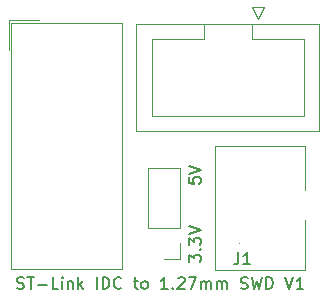
<source format=gbr>
G04 #@! TF.GenerationSoftware,KiCad,Pcbnew,(5.1.6)-1*
G04 #@! TF.CreationDate,2021-11-18T20:37:35-06:00*
G04 #@! TF.ProjectId,SWDAdapter,53574441-6461-4707-9465-722e6b696361,rev?*
G04 #@! TF.SameCoordinates,Original*
G04 #@! TF.FileFunction,Legend,Top*
G04 #@! TF.FilePolarity,Positive*
%FSLAX46Y46*%
G04 Gerber Fmt 4.6, Leading zero omitted, Abs format (unit mm)*
G04 Created by KiCad (PCBNEW (5.1.6)-1) date 2021-11-18 20:37:35*
%MOMM*%
%LPD*%
G01*
G04 APERTURE LIST*
%ADD10C,0.150000*%
%ADD11C,0.120000*%
G04 APERTURE END LIST*
D10*
X123059752Y-81227561D02*
X123202609Y-81275180D01*
X123440704Y-81275180D01*
X123535942Y-81227561D01*
X123583561Y-81179942D01*
X123631180Y-81084704D01*
X123631180Y-80989466D01*
X123583561Y-80894228D01*
X123535942Y-80846609D01*
X123440704Y-80798990D01*
X123250228Y-80751371D01*
X123154990Y-80703752D01*
X123107371Y-80656133D01*
X123059752Y-80560895D01*
X123059752Y-80465657D01*
X123107371Y-80370419D01*
X123154990Y-80322800D01*
X123250228Y-80275180D01*
X123488323Y-80275180D01*
X123631180Y-80322800D01*
X123916895Y-80275180D02*
X124488323Y-80275180D01*
X124202609Y-81275180D02*
X124202609Y-80275180D01*
X124821657Y-80894228D02*
X125583561Y-80894228D01*
X126535942Y-81275180D02*
X126059752Y-81275180D01*
X126059752Y-80275180D01*
X126869276Y-81275180D02*
X126869276Y-80608514D01*
X126869276Y-80275180D02*
X126821657Y-80322800D01*
X126869276Y-80370419D01*
X126916895Y-80322800D01*
X126869276Y-80275180D01*
X126869276Y-80370419D01*
X127345466Y-80608514D02*
X127345466Y-81275180D01*
X127345466Y-80703752D02*
X127393085Y-80656133D01*
X127488323Y-80608514D01*
X127631180Y-80608514D01*
X127726419Y-80656133D01*
X127774038Y-80751371D01*
X127774038Y-81275180D01*
X128250228Y-81275180D02*
X128250228Y-80275180D01*
X128345466Y-80894228D02*
X128631180Y-81275180D01*
X128631180Y-80608514D02*
X128250228Y-80989466D01*
X129821657Y-81275180D02*
X129821657Y-80275180D01*
X130297847Y-81275180D02*
X130297847Y-80275180D01*
X130535942Y-80275180D01*
X130678800Y-80322800D01*
X130774038Y-80418038D01*
X130821657Y-80513276D01*
X130869276Y-80703752D01*
X130869276Y-80846609D01*
X130821657Y-81037085D01*
X130774038Y-81132323D01*
X130678800Y-81227561D01*
X130535942Y-81275180D01*
X130297847Y-81275180D01*
X131869276Y-81179942D02*
X131821657Y-81227561D01*
X131678800Y-81275180D01*
X131583561Y-81275180D01*
X131440704Y-81227561D01*
X131345466Y-81132323D01*
X131297847Y-81037085D01*
X131250228Y-80846609D01*
X131250228Y-80703752D01*
X131297847Y-80513276D01*
X131345466Y-80418038D01*
X131440704Y-80322800D01*
X131583561Y-80275180D01*
X131678800Y-80275180D01*
X131821657Y-80322800D01*
X131869276Y-80370419D01*
X132916895Y-80608514D02*
X133297847Y-80608514D01*
X133059752Y-80275180D02*
X133059752Y-81132323D01*
X133107371Y-81227561D01*
X133202609Y-81275180D01*
X133297847Y-81275180D01*
X133774038Y-81275180D02*
X133678800Y-81227561D01*
X133631180Y-81179942D01*
X133583561Y-81084704D01*
X133583561Y-80798990D01*
X133631180Y-80703752D01*
X133678800Y-80656133D01*
X133774038Y-80608514D01*
X133916895Y-80608514D01*
X134012133Y-80656133D01*
X134059752Y-80703752D01*
X134107371Y-80798990D01*
X134107371Y-81084704D01*
X134059752Y-81179942D01*
X134012133Y-81227561D01*
X133916895Y-81275180D01*
X133774038Y-81275180D01*
X135821657Y-81275180D02*
X135250228Y-81275180D01*
X135535942Y-81275180D02*
X135535942Y-80275180D01*
X135440704Y-80418038D01*
X135345466Y-80513276D01*
X135250228Y-80560895D01*
X136250228Y-81179942D02*
X136297847Y-81227561D01*
X136250228Y-81275180D01*
X136202609Y-81227561D01*
X136250228Y-81179942D01*
X136250228Y-81275180D01*
X136678800Y-80370419D02*
X136726419Y-80322800D01*
X136821657Y-80275180D01*
X137059752Y-80275180D01*
X137154990Y-80322800D01*
X137202609Y-80370419D01*
X137250228Y-80465657D01*
X137250228Y-80560895D01*
X137202609Y-80703752D01*
X136631180Y-81275180D01*
X137250228Y-81275180D01*
X137583561Y-80275180D02*
X138250228Y-80275180D01*
X137821657Y-81275180D01*
X138631180Y-81275180D02*
X138631180Y-80608514D01*
X138631180Y-80703752D02*
X138678800Y-80656133D01*
X138774038Y-80608514D01*
X138916895Y-80608514D01*
X139012133Y-80656133D01*
X139059752Y-80751371D01*
X139059752Y-81275180D01*
X139059752Y-80751371D02*
X139107371Y-80656133D01*
X139202609Y-80608514D01*
X139345466Y-80608514D01*
X139440704Y-80656133D01*
X139488323Y-80751371D01*
X139488323Y-81275180D01*
X139964514Y-81275180D02*
X139964514Y-80608514D01*
X139964514Y-80703752D02*
X140012133Y-80656133D01*
X140107371Y-80608514D01*
X140250228Y-80608514D01*
X140345466Y-80656133D01*
X140393085Y-80751371D01*
X140393085Y-81275180D01*
X140393085Y-80751371D02*
X140440704Y-80656133D01*
X140535942Y-80608514D01*
X140678800Y-80608514D01*
X140774038Y-80656133D01*
X140821657Y-80751371D01*
X140821657Y-81275180D01*
X142012133Y-81227561D02*
X142154990Y-81275180D01*
X142393085Y-81275180D01*
X142488323Y-81227561D01*
X142535942Y-81179942D01*
X142583561Y-81084704D01*
X142583561Y-80989466D01*
X142535942Y-80894228D01*
X142488323Y-80846609D01*
X142393085Y-80798990D01*
X142202609Y-80751371D01*
X142107371Y-80703752D01*
X142059752Y-80656133D01*
X142012133Y-80560895D01*
X142012133Y-80465657D01*
X142059752Y-80370419D01*
X142107371Y-80322800D01*
X142202609Y-80275180D01*
X142440704Y-80275180D01*
X142583561Y-80322800D01*
X142916895Y-80275180D02*
X143154990Y-81275180D01*
X143345466Y-80560895D01*
X143535942Y-81275180D01*
X143774038Y-80275180D01*
X144154990Y-81275180D02*
X144154990Y-80275180D01*
X144393085Y-80275180D01*
X144535942Y-80322800D01*
X144631180Y-80418038D01*
X144678800Y-80513276D01*
X144726419Y-80703752D01*
X144726419Y-80846609D01*
X144678800Y-81037085D01*
X144631180Y-81132323D01*
X144535942Y-81227561D01*
X144393085Y-81275180D01*
X144154990Y-81275180D01*
X145774038Y-80275180D02*
X146107371Y-81275180D01*
X146440704Y-80275180D01*
X147297847Y-81275180D02*
X146726419Y-81275180D01*
X147012133Y-81275180D02*
X147012133Y-80275180D01*
X146916895Y-80418038D01*
X146821657Y-80513276D01*
X146726419Y-80560895D01*
X137632380Y-78976190D02*
X137632380Y-78357142D01*
X138013333Y-78690476D01*
X138013333Y-78547619D01*
X138060952Y-78452380D01*
X138108571Y-78404761D01*
X138203809Y-78357142D01*
X138441904Y-78357142D01*
X138537142Y-78404761D01*
X138584761Y-78452380D01*
X138632380Y-78547619D01*
X138632380Y-78833333D01*
X138584761Y-78928571D01*
X138537142Y-78976190D01*
X138537142Y-77928571D02*
X138584761Y-77880952D01*
X138632380Y-77928571D01*
X138584761Y-77976190D01*
X138537142Y-77928571D01*
X138632380Y-77928571D01*
X137632380Y-77547619D02*
X137632380Y-76928571D01*
X138013333Y-77261904D01*
X138013333Y-77119047D01*
X138060952Y-77023809D01*
X138108571Y-76976190D01*
X138203809Y-76928571D01*
X138441904Y-76928571D01*
X138537142Y-76976190D01*
X138584761Y-77023809D01*
X138632380Y-77119047D01*
X138632380Y-77404761D01*
X138584761Y-77500000D01*
X138537142Y-77547619D01*
X137632380Y-76642857D02*
X138632380Y-76309523D01*
X137632380Y-75976190D01*
X137592380Y-71830476D02*
X137592380Y-72306666D01*
X138068571Y-72354285D01*
X138020952Y-72306666D01*
X137973333Y-72211428D01*
X137973333Y-71973333D01*
X138020952Y-71878095D01*
X138068571Y-71830476D01*
X138163809Y-71782857D01*
X138401904Y-71782857D01*
X138497142Y-71830476D01*
X138544761Y-71878095D01*
X138592380Y-71973333D01*
X138592380Y-72211428D01*
X138544761Y-72306666D01*
X138497142Y-72354285D01*
X137592380Y-71497142D02*
X138592380Y-71163809D01*
X137592380Y-70830476D01*
D11*
X147460000Y-79670000D02*
X147460000Y-75440000D01*
X147460000Y-69170000D02*
X147460000Y-72900000D01*
X139840000Y-79670000D02*
X139840000Y-69170000D01*
X147460000Y-79670000D02*
X139840000Y-79670000D01*
X147460000Y-69170000D02*
X139840000Y-69170000D01*
X141885000Y-77405000D02*
X141885000Y-77340000D01*
X136825900Y-78750400D02*
X135495900Y-78750400D01*
X136825900Y-77420400D02*
X136825900Y-78750400D01*
X136825900Y-76150400D02*
X134165900Y-76150400D01*
X134165900Y-76150400D02*
X134165900Y-71010400D01*
X136825900Y-76150400D02*
X136825900Y-71010400D01*
X136825900Y-71010400D02*
X134165900Y-71010400D01*
X122335000Y-58510000D02*
X124875000Y-58510000D01*
X122335000Y-58510000D02*
X122335000Y-61050000D01*
X122585000Y-58760000D02*
X131935000Y-58760000D01*
X122585000Y-79620000D02*
X122585000Y-58760000D01*
X131935000Y-79620000D02*
X122585000Y-79620000D01*
X131935000Y-58760000D02*
X131935000Y-79620000D01*
X142950000Y-57410000D02*
X143450000Y-58410000D01*
X143950000Y-57410000D02*
X142950000Y-57410000D01*
X143450000Y-58410000D02*
X143950000Y-57410000D01*
X138860000Y-60110000D02*
X138860000Y-58800000D01*
X138860000Y-60110000D02*
X138860000Y-60110000D01*
X134460000Y-60110000D02*
X138860000Y-60110000D01*
X134460000Y-66610000D02*
X134460000Y-60110000D01*
X147360000Y-66610000D02*
X134460000Y-66610000D01*
X147360000Y-60110000D02*
X147360000Y-66610000D01*
X142960000Y-60110000D02*
X147360000Y-60110000D01*
X142960000Y-58800000D02*
X142960000Y-60110000D01*
X133160000Y-58800000D02*
X148660000Y-58800000D01*
X133160000Y-67920000D02*
X133160000Y-58800000D01*
X148660000Y-67920000D02*
X133160000Y-67920000D01*
X148660000Y-58800000D02*
X148660000Y-67920000D01*
D10*
X141792666Y-78179140D02*
X141792666Y-78893426D01*
X141745047Y-79036283D01*
X141649809Y-79131521D01*
X141506952Y-79179140D01*
X141411714Y-79179140D01*
X142792666Y-79179140D02*
X142221238Y-79179140D01*
X142506952Y-79179140D02*
X142506952Y-78179140D01*
X142411714Y-78321998D01*
X142316476Y-78417236D01*
X142221238Y-78464855D01*
M02*

</source>
